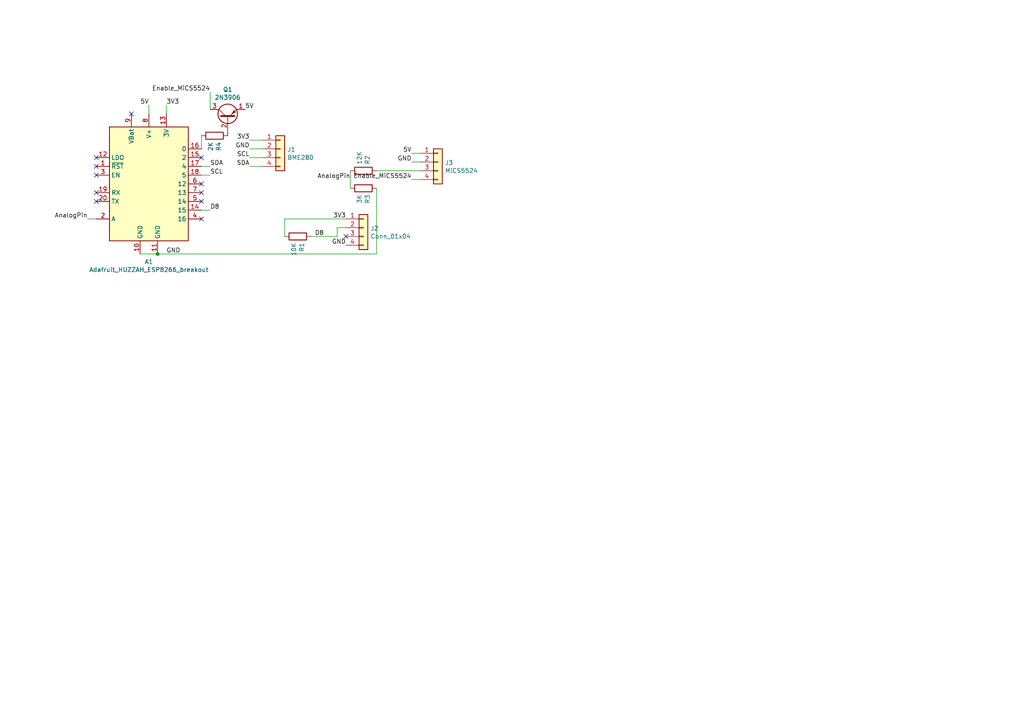
<source format=kicad_sch>
(kicad_sch (version 20211123) (generator eeschema)
  (paper "A4")
  (title_block (title "Atmosphere Sensor") (date "2022-02-04") (rev "3"))
  (lib_symbols
    (symbol "Connector_Generic:Conn_01x04" (pin_names (offset 1.016) hide)
      (property "Reference" "J" (at 0 5.08 0))
      (property "Value" "Conn_01x04" (at 0 -7.62 0))
      (symbol "Conn_01x04_1_1"
        (rectangle (start -1.27 -4.953) (end 0 -5.207) (stroke (width 0.1524)))
        (rectangle (start -1.27 -2.413) (end 0 -2.667) (stroke (width 0.1524)))
        (rectangle (start -1.27 0.127) (end 0 -0.127) (stroke (width 0.1524)))
        (rectangle (start -1.27 2.667) (end 0 2.413) (stroke (width 0.1524)))
        (rectangle (start -1.27 3.81) (end 1.27 -6.35) (stroke (width 0.254)) (fill (type background)))
        (pin passive line (at -5.08 2.54 0) (length 3.81) (name "Pin_1") (number "1"))
        (pin passive line (at -5.08 0 0) (length 3.81) (name "Pin_2") (number "2"))
        (pin passive line (at -5.08 -2.54 0) (length 3.81) (name "Pin_3") (number "3"))
        (pin passive line (at -5.08 -5.08 0) (length 3.81) (name "Pin_4") (number "4"))
      )
    )
    (symbol "Device:R" (pin_numbers hide) (pin_names (offset 0))
      (property "Reference" "R" (at 2.032 0 90))
      (property "Value" "R" (at 0 0 90))
      (symbol "R_0_1"
        (rectangle (start -1.016 -2.54) (end 1.016 2.54) (stroke (width 0.254)))
      )
      (symbol "R_1_1"
        (pin passive line (at 0 3.81 270) (length 1.27) (name "~") (number "1"))
        (pin passive line (at 0 -3.81 90) (length 1.27) (name "~") (number "2"))
      )
    )
    (symbol "MCU_Module:Adafruit_HUZZAH_ESP8266_breakout"
      (property "Reference" "A" (at 7.62 19.05 0))
      (property "Value" "Adafruit_HUZZAH_ESP8266_breakout" (at 3.81 -19.05 0))
      (symbol "Adafruit_HUZZAH_ESP8266_breakout_0_1"
        (rectangle (start -11.43 16.51) (end 11.43 -16.51) (stroke (width 0.254)) (fill (type background)))
      )
      (symbol "Adafruit_HUZZAH_ESP8266_breakout_1_1"
        (pin input line (at -15.24 5.08 0) (length 3.81) (name "~{RST}") (number "1"))
        (pin power_in line (at -2.54 -20.32 90) (length 3.81) (name "GND") (number "10"))
        (pin power_in line (at 2.54 -20.32 90) (length 3.81) (name "GND") (number "11"))
        (pin input line (at -15.24 7.62 0) (length 3.81) (name "LDO") (number "12"))
        (pin power_out line (at 5.08 20.32 270) (length 3.81) (name "3V") (number "13"))
        (pin bidirectional line (at 15.24 -7.62 180) (length 3.81) (name "15") (number "14"))
        (pin bidirectional line (at 15.24 7.62 180) (length 3.81) (name "2") (number "15"))
        (pin bidirectional line (at 15.24 10.16 180) (length 3.81) (name "0") (number "16"))
        (pin bidirectional line (at 15.24 5.08 180) (length 3.81) (name "4") (number "17"))
        (pin bidirectional line (at 15.24 2.54 180) (length 3.81) (name "5") (number "18"))
        (pin input line (at -15.24 -2.54 0) (length 3.81) (name "RX") (number "19"))
        (pin input line (at -15.24 -10.16 0) (length 3.81) (name "A") (number "2"))
        (pin output line (at -15.24 -5.08 0) (length 3.81) (name "TX") (number "20"))
        (pin input line (at -15.24 2.54 0) (length 3.81) (name "EN") (number "3"))
        (pin bidirectional line (at 15.24 -10.16 180) (length 3.81) (name "16") (number "4"))
        (pin bidirectional line (at 15.24 -5.08 180) (length 3.81) (name "14") (number "5"))
        (pin bidirectional line (at 15.24 0 180) (length 3.81) (name "12") (number "6"))
        (pin bidirectional line (at 15.24 -2.54 180) (length 3.81) (name "13") (number "7"))
        (pin power_in line (at 0 20.32 270) (length 3.81) (name "V+") (number "8"))
        (pin power_in line (at -5.08 20.32 270) (length 3.81) (name "VBat") (number "9"))
      )
    )
    (symbol "Transistor_BJT:2N3906" (pin_names (offset 0) hide)
      (property "Reference" "Q" (at 5.08 1.905 0))
      (property "Value" "2N3906" (at 5.08 0 0))
      (symbol "2N3906_0_1"
        (polyline (pts (xy 0.635 0.635) (xy 2.54 2.54)))
        (polyline (pts (xy 0.635 -0.635) (xy 2.54 -2.54) (xy 2.54 -2.54)))
        (polyline (pts (xy 0.635 1.905) (xy 0.635 -1.905) (xy 0.635 -1.905)) (stroke (width 0.508)))
        (polyline (pts (xy 2.286 -1.778) (xy 1.778 -2.286) (xy 1.27 -1.27) (xy 2.286 -1.778) (xy 2.286 -1.778)) (fill (type outline)))
        (circle (center 1.27 0) (radius 2.8194) (stroke (width 0.254)))
      )
      (symbol "2N3906_1_1"
        (pin passive line (at 2.54 -5.08 90) (length 2.54) (name "E") (number "1"))
        (pin input line (at -5.08 0 0) (length 5.715) (name "B") (number "2"))
        (pin passive line (at 2.54 5.08 270) (length 2.54) (name "C") (number "3"))
      )
    )
  )
  (junction (at 45.72 73.66))
  (no_connect (at 27.94 58.42))
  (no_connect (at 58.42 58.42))
  (no_connect (at 38.1 33.02))
  (no_connect (at 27.94 48.26))
  (no_connect (at 27.94 55.88))
  (no_connect (at 58.42 45.72))
  (no_connect (at 27.94 50.8))
  (no_connect (at 58.42 63.5))
  (no_connect (at 27.94 45.72))
  (no_connect (at 58.42 53.34))
  (no_connect (at 58.42 55.88))
  (no_connect (at 100.33 68.58))
  (wire (pts (xy 121.92 44.45) (xy 119.38 44.45)))
  (wire (pts (xy 97.79 68.58) (xy 97.79 66.04)))
  (wire (pts (xy 60.96 60.96) (xy 58.42 60.96)))
  (wire (pts (xy 109.22 49.53) (xy 121.92 49.53)))
  (wire (pts (xy 43.18 30.48) (xy 43.18 33.02)))
  (wire (pts (xy 76.2 48.26) (xy 72.39 48.26)))
  (wire (pts (xy 60.96 26.67) (xy 60.96 31.75)))
  (wire (pts (xy 45.72 73.66) (xy 109.22 73.66)))
  (wire (pts (xy 97.79 66.04) (xy 100.33 66.04)))
  (wire (pts (xy 121.92 46.99) (xy 119.38 46.99)))
  (wire (pts (xy 76.2 43.18) (xy 72.39 43.18)))
  (wire (pts (xy 82.55 63.5) (xy 100.33 63.5)))
  (wire (pts (xy 121.92 52.07) (xy 119.38 52.07)))
  (wire (pts (xy 60.96 50.8) (xy 58.42 50.8)))
  (wire (pts (xy 58.42 43.18) (xy 58.42 39.37)))
  (wire (pts (xy 60.96 48.26) (xy 58.42 48.26)))
  (wire (pts (xy 90.17 68.58) (xy 97.79 68.58)))
  (wire (pts (xy 40.64 73.66) (xy 45.72 73.66)))
  (wire (pts (xy 101.6 49.53) (xy 101.6 54.61)))
  (wire (pts (xy 109.22 54.61) (xy 109.22 73.66)))
  (wire (pts (xy 76.2 40.64) (xy 72.39 40.64)))
  (wire (pts (xy 72.39 45.72) (xy 76.2 45.72)))
  (wire (pts (xy 82.55 63.5) (xy 82.55 68.58)))
  (wire (pts (xy 48.26 30.48) (xy 48.26 33.02)))
  (wire (pts (xy 25.4 63.5) (xy 27.94 63.5)))
  (label "5V" (at 43.18 30.48 180))
  (label "AnalogPin" (at 101.6 52.07 180))
  (label "3V3" (at 48.26 30.48 0))
  (label "5V" (at 119.38 44.45 180))
  (label "GND" (at 100.33 71.12 180))
  (label "GND" (at 72.39 43.18 180))
  (label "3V3" (at 100.33 63.5 180))
  (label "GND" (at 48.26 73.66 0))
  (label "AnalogPin" (at 25.4 63.5 180))
  (label "Enable_MiCS5524" (at 60.96 26.67 180))
  (label "SDA" (at 60.96 48.26 0))
  (label "Enable_MiCS5524" (at 119.38 52.07 180))
  (label "3V3" (at 72.39 40.64 180))
  (label "GND" (at 119.38 46.99 180))
  (label "SCL" (at 60.96 50.8 0))
  (label "D8" (at 60.96 60.96 0))
  (label "5V" (at 71.12 31.75 0))
  (label "SCL" (at 72.39 45.72 180))
  (label "SDA" (at 72.39 48.26 180))
  (label "D8" (at 93.98 68.58 180))
  (symbol (lib_id "Connector_Generic:Conn_01x04") (at 81.28 43.18 0) (unit 1)
    (property "Reference" "J1" (at 83.312 43.3832 0) (effects (justify left)))
    (property "Value" "BME280" (at 83.312 45.6946 0) (effects (justify left)))
    (property "Footprint" "Connector_PinHeader_2.54mm:PinHeader_1x04_P2.54mm_Vertical" (effects hide))
  )
  (symbol (lib_id "Connector_Generic:Conn_01x04") (at 127 46.99 0) (unit 1)
    (property "Reference" "J3" (at 129.032 47.1932 0) (effects (justify left)))
    (property "Value" "MiCS5524" (at 129.032 49.5046 0) (effects (justify left)))
    (property "Footprint" "Connector_PinHeader_2.54mm:PinHeader_1x04_P2.54mm_Vertical" (effects hide))
  )
  (symbol (lib_id "MCU_Module:Adafruit_HUZZAH_ESP8266_breakout") (at 43.18 53.34 0) (unit 1)
    (property "Reference" "A1" (at 43.18 75.9206 0))
    (property "Value" "Adafruit_HUZZAH_ESP8266_breakout" (at 43.18 78.232 0))
    (property "Footprint" "KiCADstuff:XCVR_ADA2471" (effects hide))
    (property "Datasheet" "https://www.adafruit.com/product/2471" (effects hide))
  )
  (symbol (lib_id "Device:R") (at 86.36 68.58 270) (unit 1)
    (property "Reference" "R1" (at 87.5284 70.358 0) (effects (justify left)))
    (property "Value" "10K" (at 85.217 70.358 0) (effects (justify left)))
    (property "Footprint" "Resistor_THT:R_Axial_DIN0207_L6.3mm_D2.5mm_P7.62mm_Horizontal" (effects hide))
  )
  (symbol (lib_id "Device:R") (at 105.41 49.53 270) (mirror x) (unit 1)
    (property "Reference" "R2" (at 106.5784 47.752 0) (effects (justify left)))
    (property "Value" "12K" (at 104.267 47.752 0) (effects (justify left)))
    (property "Footprint" "Resistor_THT:R_Axial_DIN0207_L6.3mm_D2.5mm_P7.62mm_Horizontal" (effects hide))
  )
  (symbol (lib_id "Device:R") (at 105.41 54.61 270) (unit 1)
    (property "Reference" "R3" (at 106.5784 56.388 0) (effects (justify left)))
    (property "Value" "3K" (at 104.267 56.388 0) (effects (justify left)))
    (property "Footprint" "Resistor_THT:R_Axial_DIN0207_L6.3mm_D2.5mm_P7.62mm_Horizontal" (effects hide))
  )
  (symbol (lib_id "Device:R") (at 62.23 39.37 270) (unit 1)
    (property "Reference" "R4" (at 63.3984 41.148 0) (effects (justify left)))
    (property "Value" "2K" (at 61.087 41.148 0) (effects (justify left)))
    (property "Footprint" "Resistor_THT:R_Axial_DIN0207_L6.3mm_D2.5mm_P7.62mm_Horizontal" (effects hide))
  )
  (symbol (lib_id "Transistor_BJT:2N3906") (at 66.04 34.29 90) (unit 1)
    (property "Reference" "Q1" (at 66.04 25.9588 90))
    (property "Value" "2N3906" (at 66.04 28.2702 90))
    (property "Footprint" "Package_TO_SOT_THT:TO-92_Inline" (effects hide))
    (property "Datasheet" "https://www.fairchildsemi.com/datasheets/2N/2N3906.pdf" (effects hide))
  )
  (symbol (lib_id "Connector_Generic:Conn_01x04") (at 105.41 66.04 0) (unit 1)
    (property "Reference" "J2" (at 107.442 66.2432 0) (effects (justify left)))
    (property "Value" "Conn_01x04" (at 107.442 68.5546 0) (effects (justify left)))
    (property "Footprint" "Connector_PinHeader_2.54mm:PinHeader_1x04_P2.54mm_Vertical" (effects hide))
  )
)
</source>
